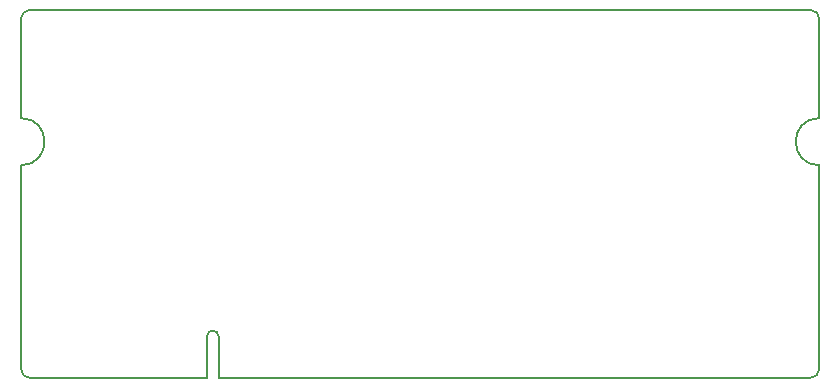
<source format=gbr>
%TF.GenerationSoftware,KiCad,Pcbnew,(6.0.1)*%
%TF.CreationDate,2022-10-22T09:43:17+02:00*%
%TF.ProjectId,so-dimm-esp32-cm,736f2d64-696d-46d2-9d65-737033322d63,rev?*%
%TF.SameCoordinates,Original*%
%TF.FileFunction,Profile,NP*%
%FSLAX46Y46*%
G04 Gerber Fmt 4.6, Leading zero omitted, Abs format (unit mm)*
G04 Created by KiCad (PCBNEW (6.0.1)) date 2022-10-22 09:43:17*
%MOMM*%
%LPD*%
G01*
G04 APERTURE LIST*
%TA.AperFunction,Profile*%
%ADD10C,0.150000*%
%TD*%
G04 APERTURE END LIST*
D10*
X182276655Y-108077000D02*
G75*
G03*
X183025346Y-107327001I-1309J749999D01*
G01*
X132175346Y-104577001D02*
G75*
G03*
X131175346Y-104577001I-500000J0D01*
G01*
X116174037Y-76927002D02*
G75*
G03*
X115425346Y-77677001I1309J-749999D01*
G01*
X132175346Y-108077001D02*
X182276655Y-108077000D01*
X115425346Y-107327001D02*
G75*
G03*
X116175345Y-108075692I749999J1309D01*
G01*
X132175346Y-108077001D02*
X132175346Y-104577001D01*
X116174037Y-76927001D02*
X182275346Y-76927001D01*
X115425346Y-90077001D02*
X115425346Y-107327001D01*
X183025345Y-77677001D02*
X183025346Y-86077001D01*
X183025346Y-107327001D02*
X183025346Y-90077001D01*
X131175346Y-108077001D02*
X131175346Y-104577001D01*
X183025345Y-77677001D02*
G75*
G03*
X182275346Y-76927001I-749999J1D01*
G01*
X131175346Y-108077001D02*
X116175345Y-108075692D01*
X115425346Y-77677001D02*
X115425346Y-86077001D01*
X115425346Y-90077001D02*
G75*
G03*
X115425346Y-86077001I0J2000000D01*
G01*
X183025346Y-86077001D02*
G75*
G03*
X183025346Y-90077001I0J-2000000D01*
G01*
M02*

</source>
